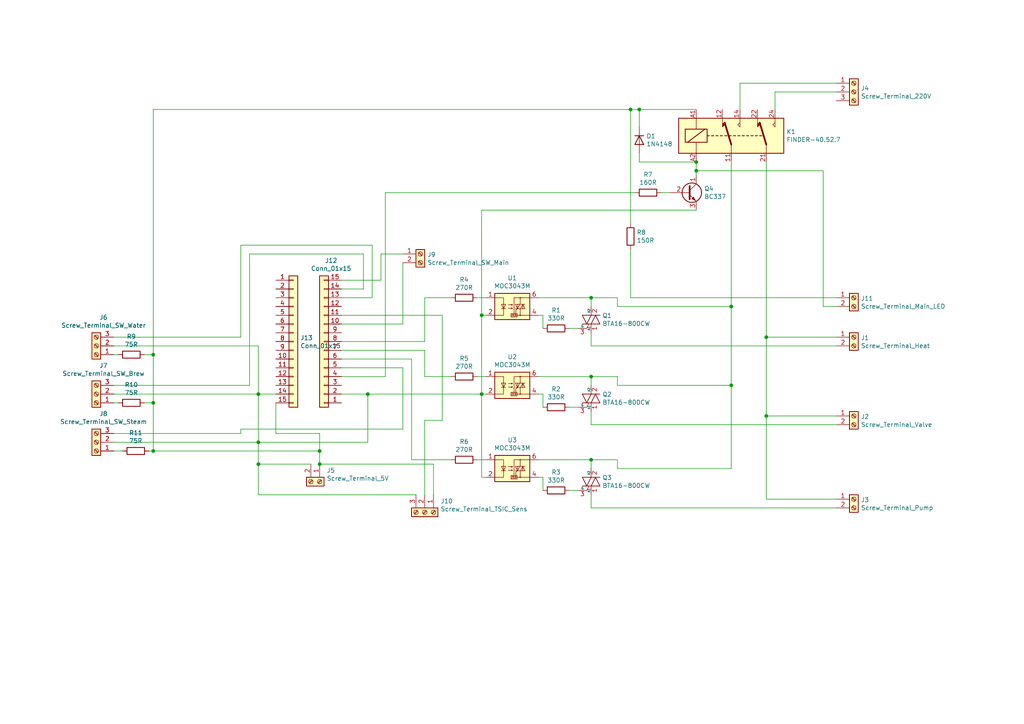
<source format=kicad_sch>
(kicad_sch (version 20230121) (generator eeschema)
  (paper "A4")
  (lib_symbols
    (symbol "Connector:Screw_Terminal_01x02" (pin_names (offset 1.016) hide)
      (property "Reference" "J" (at 0 2.54 0))
      (property "Value" "Screw_Terminal_01x02" (at 0 -5.08 0))
      (symbol "Screw_Terminal_01x02_1_1"
        (rectangle (start -1.27 1.27) (end 1.27 -3.81) (stroke (width 0.254)) (fill (type background)))
        (circle (center 0 -2.54) (radius 0.635) (stroke (width 0.1524)))
        (polyline (pts (xy -0.5334 -2.2098) (xy 0.3302 -3.048)) (stroke (width 0.1524)))
        (polyline (pts (xy -0.5334 0.3302) (xy 0.3302 -0.508)) (stroke (width 0.1524)))
        (polyline (pts (xy -0.3556 -2.032) (xy 0.508 -2.8702)) (stroke (width 0.1524)))
        (polyline (pts (xy -0.3556 0.508) (xy 0.508 -0.3302)) (stroke (width 0.1524)))
        (circle (center 0 0) (radius 0.635) (stroke (width 0.1524)))
        (pin passive line (at -5.08 0 0) (length 3.81) (name "Pin_1") (number "1"))
        (pin passive line (at -5.08 -2.54 0) (length 3.81) (name "Pin_2") (number "2"))
      )
    )
    (symbol "Connector:Screw_Terminal_01x03" (pin_names (offset 1.016) hide)
      (property "Reference" "J" (at 0 5.08 0))
      (property "Value" "Screw_Terminal_01x03" (at 0 -5.08 0))
      (symbol "Screw_Terminal_01x03_1_1"
        (rectangle (start -1.27 3.81) (end 1.27 -3.81) (stroke (width 0.254)) (fill (type background)))
        (circle (center 0 -2.54) (radius 0.635) (stroke (width 0.1524)))
        (polyline (pts (xy -0.5334 -2.2098) (xy 0.3302 -3.048)) (stroke (width 0.1524)))
        (polyline (pts (xy -0.5334 0.3302) (xy 0.3302 -0.508)) (stroke (width 0.1524)))
        (polyline (pts (xy -0.5334 2.8702) (xy 0.3302 2.032)) (stroke (width 0.1524)))
        (polyline (pts (xy -0.3556 -2.032) (xy 0.508 -2.8702)) (stroke (width 0.1524)))
        (polyline (pts (xy -0.3556 0.508) (xy 0.508 -0.3302)) (stroke (width 0.1524)))
        (polyline (pts (xy -0.3556 3.048) (xy 0.508 2.2098)) (stroke (width 0.1524)))
        (circle (center 0 0) (radius 0.635) (stroke (width 0.1524)))
        (circle (center 0 2.54) (radius 0.635) (stroke (width 0.1524)))
        (pin passive line (at -5.08 2.54 0) (length 3.81) (name "Pin_1") (number "1"))
        (pin passive line (at -5.08 0 0) (length 3.81) (name "Pin_2") (number "2"))
        (pin passive line (at -5.08 -2.54 0) (length 3.81) (name "Pin_3") (number "3"))
      )
    )
    (symbol "Connector_Generic:Conn_01x15" (pin_names (offset 1.016) hide)
      (property "Reference" "J" (at 0 20.32 0))
      (property "Value" "Conn_01x15" (at 0 -20.32 0))
      (symbol "Conn_01x15_1_1"
        (rectangle (start -1.27 -17.653) (end 0 -17.907) (stroke (width 0.1524)))
        (rectangle (start -1.27 -15.113) (end 0 -15.367) (stroke (width 0.1524)))
        (rectangle (start -1.27 -12.573) (end 0 -12.827) (stroke (width 0.1524)))
        (rectangle (start -1.27 -10.033) (end 0 -10.287) (stroke (width 0.1524)))
        (rectangle (start -1.27 -7.493) (end 0 -7.747) (stroke (width 0.1524)))
        (rectangle (start -1.27 -4.953) (end 0 -5.207) (stroke (width 0.1524)))
        (rectangle (start -1.27 -2.413) (end 0 -2.667) (stroke (width 0.1524)))
        (rectangle (start -1.27 0.127) (end 0 -0.127) (stroke (width 0.1524)))
        (rectangle (start -1.27 2.667) (end 0 2.413) (stroke (width 0.1524)))
        (rectangle (start -1.27 5.207) (end 0 4.953) (stroke (width 0.1524)))
        (rectangle (start -1.27 7.747) (end 0 7.493) (stroke (width 0.1524)))
        (rectangle (start -1.27 10.287) (end 0 10.033) (stroke (width 0.1524)))
        (rectangle (start -1.27 12.827) (end 0 12.573) (stroke (width 0.1524)))
        (rectangle (start -1.27 15.367) (end 0 15.113) (stroke (width 0.1524)))
        (rectangle (start -1.27 17.907) (end 0 17.653) (stroke (width 0.1524)))
        (rectangle (start -1.27 19.05) (end 1.27 -19.05) (stroke (width 0.254)) (fill (type background)))
        (pin passive line (at -5.08 17.78 0) (length 3.81) (name "Pin_1") (number "1"))
        (pin passive line (at -5.08 -5.08 0) (length 3.81) (name "Pin_10") (number "10"))
        (pin passive line (at -5.08 -7.62 0) (length 3.81) (name "Pin_11") (number "11"))
        (pin passive line (at -5.08 -10.16 0) (length 3.81) (name "Pin_12") (number "12"))
        (pin passive line (at -5.08 -12.7 0) (length 3.81) (name "Pin_13") (number "13"))
        (pin passive line (at -5.08 -15.24 0) (length 3.81) (name "Pin_14") (number "14"))
        (pin passive line (at -5.08 -17.78 0) (length 3.81) (name "Pin_15") (number "15"))
        (pin passive line (at -5.08 15.24 0) (length 3.81) (name "Pin_2") (number "2"))
        (pin passive line (at -5.08 12.7 0) (length 3.81) (name "Pin_3") (number "3"))
        (pin passive line (at -5.08 10.16 0) (length 3.81) (name "Pin_4") (number "4"))
        (pin passive line (at -5.08 7.62 0) (length 3.81) (name "Pin_5") (number "5"))
        (pin passive line (at -5.08 5.08 0) (length 3.81) (name "Pin_6") (number "6"))
        (pin passive line (at -5.08 2.54 0) (length 3.81) (name "Pin_7") (number "7"))
        (pin passive line (at -5.08 0 0) (length 3.81) (name "Pin_8") (number "8"))
        (pin passive line (at -5.08 -2.54 0) (length 3.81) (name "Pin_9") (number "9"))
      )
    )
    (symbol "Device:R" (pin_numbers hide) (pin_names (offset 0))
      (property "Reference" "R" (at 2.032 0 90))
      (property "Value" "R" (at 0 0 90))
      (symbol "R_0_1"
        (rectangle (start -1.016 -2.54) (end 1.016 2.54) (stroke (width 0.254)))
      )
      (symbol "R_1_1"
        (pin passive line (at 0 3.81 270) (length 1.27) (name "~") (number "1"))
        (pin passive line (at 0 -3.81 90) (length 1.27) (name "~") (number "2"))
      )
    )
    (symbol "Diode:1N4148" (pin_numbers hide) (pin_names hide)
      (property "Reference" "D" (at 0 2.54 0))
      (property "Value" "1N4148" (at 0 -2.54 0))
      (symbol "1N4148_0_1"
        (polyline (pts (xy -1.27 1.27) (xy -1.27 -1.27)) (stroke (width 0.254)))
        (polyline (pts (xy 1.27 0) (xy -1.27 0)))
        (polyline (pts (xy 1.27 1.27) (xy 1.27 -1.27) (xy -1.27 0) (xy 1.27 1.27)) (stroke (width 0.254)))
      )
      (symbol "1N4148_1_1"
        (pin passive line (at -3.81 0 0) (length 2.54) (name "K") (number "1"))
        (pin passive line (at 3.81 0 180) (length 2.54) (name "A") (number "2"))
      )
    )
    (symbol "Relay:FINDER-40.52"
      (property "Reference" "K" (at 16.51 3.81 0))
      (property "Value" "FINDER-40.52" (at 16.51 1.27 0))
      (symbol "FINDER-40.52_0_1"
        (rectangle (start -15.24 5.08) (end 15.24 -5.08) (stroke (width 0.254)) (fill (type background)))
        (rectangle (start -13.335 1.905) (end -6.985 -1.905) (stroke (width 0.254)))
        (polyline (pts (xy -12.7 -1.905) (xy -7.62 1.905)) (stroke (width 0.254)))
        (polyline (pts (xy -10.16 -5.08) (xy -10.16 -1.905)))
        (polyline (pts (xy -10.16 5.08) (xy -10.16 1.905)))
        (polyline (pts (xy -6.985 0) (xy -6.35 0)) (stroke (width 0.254)))
        (polyline (pts (xy -5.715 0) (xy -5.08 0)) (stroke (width 0.254)))
        (polyline (pts (xy -4.445 0) (xy -3.81 0)) (stroke (width 0.254)))
        (polyline (pts (xy -3.175 0) (xy -2.54 0)) (stroke (width 0.254)))
        (polyline (pts (xy -1.905 0) (xy -1.27 0)) (stroke (width 0.254)))
        (polyline (pts (xy -0.635 0) (xy 0 0)) (stroke (width 0.254)))
        (polyline (pts (xy 0 -2.54) (xy -1.905 3.81)) (stroke (width 0.508)))
        (polyline (pts (xy 0 -2.54) (xy 0 -5.08)))
        (polyline (pts (xy 0.635 0) (xy 1.27 0)) (stroke (width 0.254)))
        (polyline (pts (xy 1.905 0) (xy 2.54 0)) (stroke (width 0.254)))
        (polyline (pts (xy 3.175 0) (xy 3.81 0)) (stroke (width 0.254)))
        (polyline (pts (xy 4.445 0) (xy 5.08 0)) (stroke (width 0.254)))
        (polyline (pts (xy 5.715 0) (xy 6.35 0)) (stroke (width 0.254)))
        (polyline (pts (xy 6.985 0) (xy 7.62 0)) (stroke (width 0.254)))
        (polyline (pts (xy 8.255 0) (xy 8.89 0)) (stroke (width 0.254)))
        (polyline (pts (xy 10.16 -2.54) (xy 8.255 3.81)) (stroke (width 0.508)))
        (polyline (pts (xy 10.16 -2.54) (xy 10.16 -5.08)))
        (polyline (pts (xy -2.54 5.08) (xy -2.54 2.54) (xy -1.905 3.175) (xy -2.54 3.81)) (fill (type outline)))
        (polyline (pts (xy 2.54 5.08) (xy 2.54 2.54) (xy 1.905 3.175) (xy 2.54 3.81)))
        (polyline (pts (xy 7.62 5.08) (xy 7.62 2.54) (xy 8.255 3.175) (xy 7.62 3.81)) (fill (type outline)))
        (polyline (pts (xy 12.7 5.08) (xy 12.7 2.54) (xy 12.065 3.175) (xy 12.7 3.81)))
      )
      (symbol "FINDER-40.52_1_1"
        (pin passive line (at 0 -7.62 90) (length 2.54) (name "~") (number "11"))
        (pin passive line (at -2.54 7.62 270) (length 2.54) (name "~") (number "12"))
        (pin passive line (at 2.54 7.62 270) (length 2.54) (name "~") (number "14"))
        (pin passive line (at 10.16 -7.62 90) (length 2.54) (name "~") (number "21"))
        (pin passive line (at 7.62 7.62 270) (length 2.54) (name "~") (number "22"))
        (pin passive line (at 12.7 7.62 270) (length 2.54) (name "~") (number "24"))
        (pin passive line (at -10.16 7.62 270) (length 2.54) (name "~") (number "A1"))
        (pin passive line (at -10.16 -7.62 90) (length 2.54) (name "~") (number "A2"))
      )
    )
    (symbol "Relay_SolidState:MOC3043M"
      (property "Reference" "U" (at -5.08 5.08 0))
      (property "Value" "MOC3043M" (at 0 5.08 0))
      (symbol "MOC3043M_0_0"
        (rectangle (start -0.381 -2.032) (end 1.397 -3.048))
        (polyline (pts (xy 2.286 -2.54) (xy 1.397 -2.54)))
        (polyline (pts (xy 1.524 -0.635) (xy 1.016 -1.016) (xy 1.016 -2.032)))
        (text "ZCD" (at 0.508 -2.54 0) (effects (font (size 0.508 0.508))))
      )
      (symbol "MOC3043M_0_1"
        (rectangle (start -5.08 3.81) (end 5.08 -3.81) (stroke (width 0.254)) (fill (type background)))
        (polyline (pts (xy -3.175 -0.635) (xy -1.905 -0.635)))
        (polyline (pts (xy 1.524 -0.635) (xy 1.524 0.635)))
        (polyline (pts (xy 3.048 0.635) (xy 3.048 -0.635)))
        (polyline (pts (xy 2.286 -0.635) (xy 2.286 -2.54) (xy 5.08 -2.54)))
        (polyline (pts (xy 2.286 0.635) (xy 2.286 2.54) (xy 5.08 2.54)))
        (polyline (pts (xy 2.286 2.54) (xy 0.508 2.54) (xy 0.508 -2.032)))
        (polyline (pts (xy -5.08 2.54) (xy -2.54 2.54) (xy -2.54 -2.54) (xy -5.08 -2.54)))
        (polyline (pts (xy -2.54 -0.635) (xy -3.175 0.635) (xy -1.905 0.635) (xy -2.54 -0.635)))
        (polyline (pts (xy 0.889 -0.635) (xy 3.683 -0.635) (xy 3.048 0.635) (xy 2.413 -0.635)))
        (polyline (pts (xy 3.683 0.635) (xy 0.889 0.635) (xy 1.524 -0.635) (xy 2.159 0.635)))
        (polyline (pts (xy -1.143 -0.508) (xy 0.127 -0.508) (xy -0.254 -0.635) (xy -0.254 -0.381) (xy 0.127 -0.508)))
        (polyline (pts (xy -1.143 0.508) (xy 0.127 0.508) (xy -0.254 0.381) (xy -0.254 0.635) (xy 0.127 0.508)))
        (circle (center 2.286 -2.54) (radius 0.127))
        (circle (center 2.286 2.54) (radius 0.127))
      )
      (symbol "MOC3043M_1_1"
        (pin passive line (at -7.62 2.54 0) (length 2.54) (name "~") (number "1"))
        (pin passive line (at -7.62 -2.54 0) (length 2.54) (name "~") (number "2"))
        (pin no_connect line (at -5.08 0 0) (length 2.54) hide (name "NC") (number "3"))
        (pin passive line (at 7.62 -2.54 180) (length 2.54) (name "~") (number "4"))
        (pin no_connect line (at 5.08 0 180) (length 2.54) hide (name "NC") (number "5"))
        (pin passive line (at 7.62 2.54 180) (length 2.54) (name "~") (number "6"))
      )
    )
    (symbol "Transistor_BJT:BC337" (pin_names (offset 0) hide)
      (property "Reference" "Q" (at 5.08 1.905 0))
      (property "Value" "BC337" (at 5.08 0 0))
      (symbol "BC337_0_1"
        (polyline (pts (xy 0 0) (xy 0.635 0)))
        (polyline (pts (xy 0.635 0.635) (xy 2.54 2.54)))
        (polyline (pts (xy 0.635 -0.635) (xy 2.54 -2.54) (xy 2.54 -2.54)))
        (polyline (pts (xy 0.635 1.905) (xy 0.635 -1.905) (xy 0.635 -1.905)) (stroke (width 0.508)))
        (polyline (pts (xy 1.27 -1.778) (xy 1.778 -1.27) (xy 2.286 -2.286) (xy 1.27 -1.778) (xy 1.27 -1.778)) (fill (type outline)))
        (circle (center 1.27 0) (radius 2.8194) (stroke (width 0.254)))
      )
      (symbol "BC337_1_1"
        (pin passive line (at 2.54 5.08 270) (length 2.54) (name "C") (number "1"))
        (pin input line (at -5.08 0 0) (length 5.08) (name "B") (number "2"))
        (pin passive line (at 2.54 -5.08 90) (length 2.54) (name "E") (number "3"))
      )
    )
    (symbol "Triac_Thyristor:BTA16-800CW" (pin_names (offset 0))
      (property "Reference" "Q" (at 5.08 1.905 0))
      (property "Value" "BTA16-800CW" (at 5.08 0 0))
      (symbol "BTA16-800CW_0_1"
        (polyline (pts (xy -2.54 -1.27) (xy 2.54 -1.27)) (stroke (width 0.2032)))
        (polyline (pts (xy -2.54 1.27) (xy 2.54 1.27)) (stroke (width 0.2032)))
        (polyline (pts (xy -1.27 -2.54) (xy -0.635 -1.27)))
        (polyline (pts (xy -2.54 1.27) (xy -1.27 -1.27) (xy 0 1.27)) (stroke (width 0.2032)))
        (polyline (pts (xy 0 -1.27) (xy 1.27 1.27) (xy 2.54 -1.27)) (stroke (width 0.2032)))
      )
      (symbol "BTA16-800CW_1_1"
        (pin passive line (at 0 -3.81 90) (length 2.54) (name "A1") (number "1"))
        (pin passive line (at 0 3.81 270) (length 2.54) (name "A2") (number "2"))
        (pin input line (at -3.81 -2.54 0) (length 2.54) (name "G") (number "3"))
      )
    )
  )
  (junction (at 74.93 128.27))
  (junction (at 106.68 114.3))
  (junction (at 92.71 134.62))
  (junction (at 44.45 116.84))
  (junction (at 212.09 111.76))
  (junction (at 182.88 31.75))
  (junction (at 44.45 130.81))
  (junction (at 185.42 31.75))
  (junction (at 139.7 91.44))
  (junction (at 212.09 88.9))
  (junction (at 201.93 46.99))
  (junction (at 139.7 114.3))
  (junction (at 222.25 120.65))
  (junction (at 92.71 130.81))
  (junction (at 74.93 114.3))
  (junction (at 74.93 134.62))
  (junction (at 222.25 97.79))
  (junction (at 44.45 102.87))
  (junction (at 171.45 133.35))
  (junction (at 171.45 109.22))
  (junction (at 171.45 86.36))
  (junction (at 201.93 49.53))
  (wire (pts (xy 128.27 91.44) (xy 99.06 91.44)))
  (wire (pts (xy 33.02 100.33) (xy 74.93 100.33)))
  (wire (pts (xy 123.19 109.22) (xy 123.19 101.6)))
  (wire (pts (xy 69.85 71.12) (xy 107.95 71.12)))
  (wire (pts (xy 69.85 124.46) (xy 116.84 124.46)))
  (wire (pts (xy 157.48 91.44) (xy 156.21 91.44)))
  (wire (pts (xy 130.81 109.22) (xy 123.19 109.22)))
  (wire (pts (xy 171.45 133.35) (xy 171.45 135.89)))
  (wire (pts (xy 74.93 114.3) (xy 80.01 114.3)))
  (wire (pts (xy 106.68 128.27) (xy 74.93 128.27)))
  (wire (pts (xy 201.93 49.53) (xy 238.76 49.53)))
  (wire (pts (xy 125.73 134.62) (xy 92.71 134.62)))
  (wire (pts (xy 33.02 116.84) (xy 34.29 116.84)))
  (wire (pts (xy 212.09 88.9) (xy 212.09 111.76)))
  (wire (pts (xy 128.27 121.92) (xy 128.27 91.44)))
  (wire (pts (xy 191.77 55.88) (xy 194.31 55.88)))
  (wire (pts (xy 157.48 114.3) (xy 156.21 114.3)))
  (wire (pts (xy 222.25 46.99) (xy 222.25 97.79)))
  (wire (pts (xy 201.93 60.96) (xy 139.7 60.96)))
  (wire (pts (xy 184.15 55.88) (xy 111.76 55.88)))
  (wire (pts (xy 185.42 44.45) (xy 185.42 46.99)))
  (wire (pts (xy 44.45 116.84) (xy 44.45 130.81)))
  (wire (pts (xy 224.79 26.67) (xy 242.57 26.67)))
  (wire (pts (xy 33.02 130.81) (xy 35.56 130.81)))
  (wire (pts (xy 92.71 130.81) (xy 92.71 125.73)))
  (wire (pts (xy 119.38 133.35) (xy 130.81 133.35)))
  (wire (pts (xy 130.81 86.36) (xy 123.19 86.36)))
  (wire (pts (xy 222.25 120.65) (xy 222.25 144.78)))
  (wire (pts (xy 33.02 114.3) (xy 74.93 114.3)))
  (wire (pts (xy 238.76 88.9) (xy 242.57 88.9)))
  (wire (pts (xy 69.85 97.79) (xy 69.85 71.12)))
  (wire (pts (xy 185.42 31.75) (xy 201.93 31.75)))
  (wire (pts (xy 171.45 147.32) (xy 171.45 143.51)))
  (wire (pts (xy 212.09 111.76) (xy 212.09 135.89)))
  (wire (pts (xy 111.76 55.88) (xy 111.76 109.22)))
  (wire (pts (xy 171.45 133.35) (xy 179.07 133.35)))
  (wire (pts (xy 222.25 120.65) (xy 242.57 120.65)))
  (wire (pts (xy 157.48 95.25) (xy 157.48 91.44)))
  (wire (pts (xy 106.68 114.3) (xy 106.68 128.27)))
  (wire (pts (xy 138.43 133.35) (xy 140.97 133.35)))
  (wire (pts (xy 33.02 102.87) (xy 34.29 102.87)))
  (wire (pts (xy 105.41 73.66) (xy 105.41 83.82)))
  (wire (pts (xy 222.25 144.78) (xy 242.57 144.78)))
  (wire (pts (xy 182.88 31.75) (xy 185.42 31.75)))
  (wire (pts (xy 179.07 111.76) (xy 212.09 111.76)))
  (wire (pts (xy 156.21 86.36) (xy 171.45 86.36)))
  (wire (pts (xy 120.65 143.51) (xy 74.93 143.51)))
  (wire (pts (xy 242.57 147.32) (xy 171.45 147.32)))
  (wire (pts (xy 123.19 143.51) (xy 123.19 121.92)))
  (wire (pts (xy 119.38 104.14) (xy 119.38 133.35)))
  (wire (pts (xy 123.19 86.36) (xy 123.19 99.06)))
  (wire (pts (xy 182.88 86.36) (xy 182.88 72.39)))
  (wire (pts (xy 99.06 104.14) (xy 119.38 104.14)))
  (wire (pts (xy 222.25 97.79) (xy 242.57 97.79)))
  (wire (pts (xy 179.07 88.9) (xy 212.09 88.9)))
  (wire (pts (xy 138.43 86.36) (xy 140.97 86.36)))
  (wire (pts (xy 171.45 86.36) (xy 171.45 88.9)))
  (wire (pts (xy 44.45 102.87) (xy 44.45 116.84)))
  (wire (pts (xy 90.17 134.62) (xy 74.93 134.62)))
  (wire (pts (xy 123.19 99.06) (xy 99.06 99.06)))
  (wire (pts (xy 41.91 102.87) (xy 44.45 102.87)))
  (wire (pts (xy 125.73 143.51) (xy 125.73 134.62)))
  (wire (pts (xy 214.63 24.13) (xy 214.63 31.75)))
  (wire (pts (xy 44.45 102.87) (xy 44.45 31.75)))
  (wire (pts (xy 41.91 116.84) (xy 44.45 116.84)))
  (wire (pts (xy 179.07 133.35) (xy 179.07 135.89)))
  (wire (pts (xy 110.49 73.66) (xy 110.49 81.28)))
  (wire (pts (xy 212.09 46.99) (xy 212.09 88.9)))
  (wire (pts (xy 74.93 143.51) (xy 74.93 134.62)))
  (wire (pts (xy 33.02 128.27) (xy 74.93 128.27)))
  (wire (pts (xy 69.85 125.73) (xy 69.85 124.46)))
  (wire (pts (xy 242.57 123.19) (xy 171.45 123.19)))
  (wire (pts (xy 116.84 73.66) (xy 110.49 73.66)))
  (wire (pts (xy 157.48 118.11) (xy 157.48 114.3)))
  (wire (pts (xy 43.18 130.81) (xy 44.45 130.81)))
  (wire (pts (xy 238.76 49.53) (xy 238.76 88.9)))
  (wire (pts (xy 139.7 60.96) (xy 139.7 91.44)))
  (wire (pts (xy 74.93 100.33) (xy 74.93 114.3)))
  (wire (pts (xy 123.19 121.92) (xy 128.27 121.92)))
  (wire (pts (xy 110.49 81.28) (xy 99.06 81.28)))
  (wire (pts (xy 74.93 128.27) (xy 74.93 114.3)))
  (wire (pts (xy 185.42 46.99) (xy 201.93 46.99)))
  (wire (pts (xy 224.79 31.75) (xy 224.79 26.67)))
  (wire (pts (xy 92.71 134.62) (xy 92.71 130.81)))
  (wire (pts (xy 171.45 109.22) (xy 171.45 111.76)))
  (wire (pts (xy 139.7 91.44) (xy 139.7 114.3)))
  (wire (pts (xy 171.45 86.36) (xy 179.07 86.36)))
  (wire (pts (xy 179.07 135.89) (xy 212.09 135.89)))
  (wire (pts (xy 116.84 76.2) (xy 116.84 93.98)))
  (wire (pts (xy 171.45 100.33) (xy 171.45 96.52)))
  (wire (pts (xy 116.84 124.46) (xy 116.84 106.68)))
  (wire (pts (xy 44.45 130.81) (xy 92.71 130.81)))
  (wire (pts (xy 92.71 125.73) (xy 80.01 125.73)))
  (wire (pts (xy 74.93 134.62) (xy 74.93 128.27)))
  (wire (pts (xy 33.02 97.79) (xy 69.85 97.79)))
  (wire (pts (xy 80.01 125.73) (xy 80.01 116.84)))
  (wire (pts (xy 242.57 100.33) (xy 171.45 100.33)))
  (wire (pts (xy 165.1 142.24) (xy 167.64 142.24)))
  (wire (pts (xy 107.95 71.12) (xy 107.95 86.36)))
  (wire (pts (xy 105.41 83.82) (xy 99.06 83.82)))
  (wire (pts (xy 44.45 31.75) (xy 182.88 31.75)))
  (wire (pts (xy 116.84 106.68) (xy 99.06 106.68)))
  (wire (pts (xy 201.93 49.53) (xy 201.93 50.8)))
  (wire (pts (xy 157.48 138.43) (xy 156.21 138.43)))
  (wire (pts (xy 156.21 133.35) (xy 171.45 133.35)))
  (wire (pts (xy 107.95 86.36) (xy 99.06 86.36)))
  (wire (pts (xy 72.39 111.76) (xy 72.39 73.66)))
  (wire (pts (xy 156.21 109.22) (xy 171.45 109.22)))
  (wire (pts (xy 157.48 142.24) (xy 157.48 138.43)))
  (wire (pts (xy 165.1 95.25) (xy 167.64 95.25)))
  (wire (pts (xy 185.42 36.83) (xy 185.42 31.75)))
  (wire (pts (xy 201.93 46.99) (xy 201.93 49.53)))
  (wire (pts (xy 179.07 109.22) (xy 179.07 111.76)))
  (wire (pts (xy 106.68 114.3) (xy 139.7 114.3)))
  (wire (pts (xy 138.43 109.22) (xy 140.97 109.22)))
  (wire (pts (xy 140.97 91.44) (xy 139.7 91.44)))
  (wire (pts (xy 139.7 114.3) (xy 139.7 138.43)))
  (wire (pts (xy 111.76 109.22) (xy 99.06 109.22)))
  (wire (pts (xy 242.57 24.13) (xy 214.63 24.13)))
  (wire (pts (xy 139.7 138.43) (xy 140.97 138.43)))
  (wire (pts (xy 33.02 125.73) (xy 69.85 125.73)))
  (wire (pts (xy 99.06 114.3) (xy 106.68 114.3)))
  (wire (pts (xy 182.88 64.77) (xy 182.88 31.75)))
  (wire (pts (xy 139.7 114.3) (xy 140.97 114.3)))
  (wire (pts (xy 116.84 93.98) (xy 99.06 93.98)))
  (wire (pts (xy 171.45 109.22) (xy 179.07 109.22)))
  (wire (pts (xy 72.39 73.66) (xy 105.41 73.66)))
  (wire (pts (xy 222.25 97.79) (xy 222.25 120.65)))
  (wire (pts (xy 242.57 86.36) (xy 182.88 86.36)))
  (wire (pts (xy 165.1 118.11) (xy 167.64 118.11)))
  (wire (pts (xy 33.02 111.76) (xy 72.39 111.76)))
  (wire (pts (xy 123.19 101.6) (xy 99.06 101.6)))
  (wire (pts (xy 179.07 86.36) (xy 179.07 88.9)))
  (wire (pts (xy 171.45 123.19) (xy 171.45 119.38)))
  (symbol (lib_id "Triac_Thyristor:BTA16-800CW") (at 171.45 92.71 0) (unit 1)
    (property "Reference" "Q1" (at 174.7012 91.5416 0) (effects (justify left)))
    (property "Value" "BTA16-800CW" (at 174.7012 93.853 0) (effects (justify left)))
    (property "Footprint" "Package_TO_SOT_THT:TO-220-3_Vertical" (effects hide))
    (property "Datasheet" "https://www.st.com/resource/en/datasheet/bta16.pdf" (effects hide))
  )
  (symbol (lib_id "Relay_SolidState:MOC3043M") (at 148.59 88.9 0) (unit 1)
    (property "Reference" "U1" (at 148.59 80.645 0))
    (property "Value" "MOC3043M" (at 148.59 82.9564 0))
    (property "Datasheet" "https://www.onsemi.com/pub/Collateral/MOC3043M-D.pdf" (effects hide))
  )
  (symbol (lib_id "Device:R") (at 161.29 95.25 90) (unit 1)
    (property "Reference" "R1" (at 161.29 89.9922 90))
    (property "Value" "330R" (at 161.29 92.3036 90))
    (property "Footprint" "Resistor_SMD:R_MELF_MMB-0207" (effects hide))
  )
  (symbol (lib_id "Connector:Screw_Terminal_01x02") (at 247.65 97.79 0) (unit 1)
    (property "Reference" "J1" (at 249.682 97.9932 0) (effects (justify left)))
    (property "Value" "Screw_Terminal_Heat" (at 249.682 100.3046 0) (effects (justify left)))
  )
  (symbol (lib_id "Relay:FINDER-40.52") (at 212.09 39.37 0) (unit 1)
    (property "Reference" "K1" (at 228.092 38.2016 0) (effects (justify left)))
    (property "Value" "FINDER-40.52.7" (at 228.092 40.513 0) (effects (justify left)))
    (property "Footprint" "Relay_THT:Relay_DPDT_Finder_40.52" (effects hide))
    (property "Datasheet" "http://gfinder.findernet.com/assets/Series/353/S40EN.pdf" (effects hide))
  )
  (symbol (lib_id "Connector:Screw_Terminal_01x03") (at 247.65 26.67 0) (unit 1)
    (property "Reference" "J4" (at 249.682 25.6032 0) (effects (justify left)))
    (property "Value" "Screw_Terminal_220V" (at 249.682 27.9146 0) (effects (justify left)))
  )
  (symbol (lib_id "Connector:Screw_Terminal_01x02") (at 247.65 120.65 0) (unit 1)
    (property "Reference" "J2" (at 249.682 120.8532 0) (effects (justify left)))
    (property "Value" "Screw_Terminal_Valve" (at 249.682 123.1646 0) (effects (justify left)))
  )
  (symbol (lib_id "Device:R") (at 161.29 118.11 90) (unit 1)
    (property "Reference" "R2" (at 161.29 112.8522 90))
    (property "Value" "330R" (at 161.29 115.1636 90))
    (property "Footprint" "Resistor_SMD:R_MELF_MMB-0207" (effects hide))
  )
  (symbol (lib_id "Relay_SolidState:MOC3043M") (at 148.59 111.76 0) (unit 1)
    (property "Reference" "U2" (at 148.59 103.505 0))
    (property "Value" "MOC3043M" (at 148.59 105.8164 0))
    (property "Datasheet" "https://www.onsemi.com/pub/Collateral/MOC3043M-D.pdf" (effects hide))
  )
  (symbol (lib_id "Triac_Thyristor:BTA16-800CW") (at 171.45 115.57 0) (unit 1)
    (property "Reference" "Q2" (at 174.7012 114.4016 0) (effects (justify left)))
    (property "Value" "BTA16-800CW" (at 174.7012 116.713 0) (effects (justify left)))
    (property "Footprint" "Package_TO_SOT_THT:TO-220-3_Vertical" (effects hide))
    (property "Datasheet" "https://www.st.com/resource/en/datasheet/bta16.pdf" (effects hide))
  )
  (symbol (lib_id "Connector:Screw_Terminal_01x02") (at 247.65 144.78 0) (unit 1)
    (property "Reference" "J3" (at 249.682 144.9832 0) (effects (justify left)))
    (property "Value" "Screw_Terminal_Pump" (at 249.682 147.2946 0) (effects (justify left)))
  )
  (symbol (lib_id "Device:R") (at 161.29 142.24 90) (unit 1)
    (property "Reference" "R3" (at 161.29 136.9822 90))
    (property "Value" "330R" (at 161.29 139.2936 90))
    (property "Footprint" "Resistor_SMD:R_MELF_MMB-0207" (effects hide))
  )
  (symbol (lib_id "Relay_SolidState:MOC3043M") (at 148.59 135.89 0) (unit 1)
    (property "Reference" "U3" (at 148.59 127.635 0))
    (property "Value" "MOC3043M" (at 148.59 129.9464 0))
    (property "Datasheet" "https://www.onsemi.com/pub/Collateral/MOC3043M-D.pdf" (effects hide))
  )
  (symbol (lib_id "Triac_Thyristor:BTA16-800CW") (at 171.45 139.7 0) (unit 1)
    (property "Reference" "Q3" (at 174.7012 138.5316 0) (effects (justify left)))
    (property "Value" "BTA16-800CW" (at 174.7012 140.843 0) (effects (justify left)))
    (property "Footprint" "Package_TO_SOT_THT:TO-220-3_Vertical" (effects hide))
    (property "Datasheet" "https://www.st.com/resource/en/datasheet/bta16.pdf" (effects hide))
  )
  (symbol (lib_id "Connector_Generic:Conn_01x15") (at 93.98 99.06 180) (unit 1)
    (property "Reference" "J12" (at 96.0628 75.565 0))
    (property "Value" "Conn_01x15" (at 96.0628 77.8764 0))
  )
  (symbol (lib_id "Connector_Generic:Conn_01x15") (at 85.09 99.06 0) (unit 1)
    (property "Reference" "J13" (at 87.122 97.9932 0) (effects (justify left)))
    (property "Value" "Conn_01x15" (at 87.122 100.3046 0) (effects (justify left)))
  )
  (symbol (lib_id "Connector:Screw_Terminal_01x02") (at 92.71 139.7 270) (unit 1)
    (property "Reference" "J5" (at 94.742 136.4488 90) (effects (justify left)))
    (property "Value" "Screw_Terminal_5V" (at 94.742 138.7602 90) (effects (justify left)))
  )
  (symbol (lib_id "Device:R") (at 134.62 86.36 270) (unit 1)
    (property "Reference" "R4" (at 134.62 81.1022 90))
    (property "Value" "270R" (at 134.62 83.4136 90))
    (property "Footprint" "Resistor_SMD:R_0805_2012Metric_Pad1.20x1.40mm_HandSolder" (effects hide))
  )
  (symbol (lib_id "Device:R") (at 134.62 109.22 270) (unit 1)
    (property "Reference" "R5" (at 134.62 103.9622 90))
    (property "Value" "270R" (at 134.62 106.2736 90))
    (property "Footprint" "Resistor_SMD:R_0805_2012Metric_Pad1.20x1.40mm_HandSolder" (effects hide))
  )
  (symbol (lib_id "Device:R") (at 134.62 133.35 270) (unit 1)
    (property "Reference" "R6" (at 134.62 128.0922 90))
    (property "Value" "270R" (at 134.62 130.4036 90))
    (property "Footprint" "Resistor_SMD:R_0805_2012Metric_Pad1.20x1.40mm_HandSolder" (effects hide))
  )
  (symbol (lib_id "Connector:Screw_Terminal_01x03") (at 27.94 128.27 180) (unit 1)
    (property "Reference" "J8" (at 30.0228 120.015 0))
    (property "Value" "Screw_Terminal_SW_Steam" (at 30.0228 122.3264 0))
  )
  (symbol (lib_id "Connector:Screw_Terminal_01x03") (at 27.94 114.3 180) (unit 1)
    (property "Reference" "J7" (at 30.0228 106.045 0))
    (property "Value" "Screw_Terminal_SW_Brew" (at 30.0228 108.3564 0))
  )
  (symbol (lib_id "Connector:Screw_Terminal_01x03") (at 27.94 100.33 180) (unit 1)
    (property "Reference" "J6" (at 30.0228 92.075 0))
    (property "Value" "Screw_Terminal_SW_Water" (at 30.0228 94.3864 0))
  )
  (symbol (lib_id "Connector:Screw_Terminal_01x02") (at 121.92 73.66 0) (unit 1)
    (property "Reference" "J9" (at 123.952 73.8632 0) (effects (justify left)))
    (property "Value" "Screw_Terminal_SW_Main" (at 123.952 76.1746 0) (effects (justify left)))
  )
  (symbol (lib_id "Connector:Screw_Terminal_01x03") (at 123.19 148.59 270) (unit 1)
    (property "Reference" "J10" (at 127.762 145.3388 90) (effects (justify left)))
    (property "Value" "Screw_Terminal_TSIC_Sens" (at 127.762 147.6502 90) (effects (justify left)))
  )
  (symbol (lib_id "Transistor_BJT:BC337") (at 199.39 55.88 0) (unit 1)
    (property "Reference" "Q4" (at 204.2414 54.7116 0) (effects (justify left)))
    (property "Value" "BC337" (at 204.2414 57.023 0) (effects (justify left)))
    (property "Footprint" "Package_TO_SOT_THT:TO-92_Inline" (effects hide))
    (property "Datasheet" "https://diotec.com/tl_files/diotec/files/pdf/datasheets/bc337.pdf" (effects hide))
  )
  (symbol (lib_id "Diode:1N4148") (at 185.42 40.64 270) (unit 1)
    (property "Reference" "D1" (at 187.452 39.4716 90) (effects (justify left)))
    (property "Value" "1N4148" (at 187.452 41.783 90) (effects (justify left)))
    (property "Footprint" "Diode_THT:D_DO-35_SOD27_P7.62mm_Horizontal" (effects hide))
    (property "Datasheet" "https://assets.nexperia.com/documents/data-sheet/1N4148_1N4448.pdf" (effects hide))
  )
  (symbol (lib_id "Device:R") (at 187.96 55.88 270) (unit 1)
    (property "Reference" "R7" (at 187.96 50.6222 90))
    (property "Value" "160R" (at 187.96 52.9336 90))
  )
  (symbol (lib_id "Connector:Screw_Terminal_01x02") (at 247.65 86.36 0) (unit 1)
    (property "Reference" "J11" (at 249.682 86.5632 0) (effects (justify left)))
    (property "Value" "Screw_Terminal_Main_LED" (at 249.682 88.8746 0) (effects (justify left)))
  )
  (symbol (lib_id "Device:R") (at 182.88 68.58 0) (unit 1)
    (property "Reference" "R8" (at 184.658 67.4116 0) (effects (justify left)))
    (property "Value" "150R" (at 184.658 69.723 0) (effects (justify left)))
  )
  (symbol (lib_id "Device:R") (at 38.1 102.87 270) (unit 1)
    (property "Reference" "R9" (at 38.1 97.6122 90))
    (property "Value" "75R" (at 38.1 99.9236 90))
  )
  (symbol (lib_id "Device:R") (at 38.1 116.84 270) (unit 1)
    (property "Reference" "R10" (at 38.1 111.5822 90))
    (property "Value" "75R" (at 38.1 113.8936 90))
  )
  (symbol (lib_id "Device:R") (at 39.37 130.81 90) (unit 1)
    (property "Reference" "R11" (at 39.37 125.5522 90))
    (property "Value" "75R" (at 39.37 127.8636 90))
  )
)
</source>
